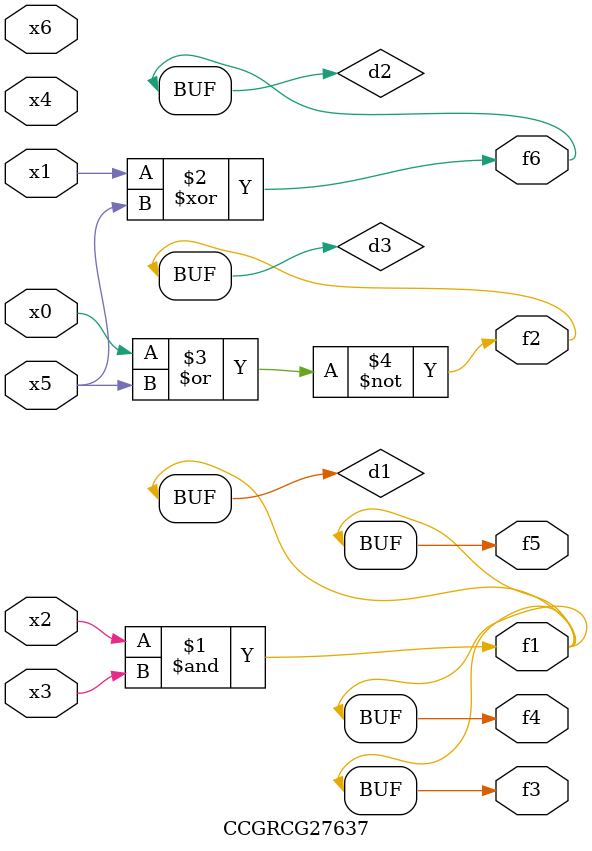
<source format=v>
module CCGRCG27637(
	input x0, x1, x2, x3, x4, x5, x6,
	output f1, f2, f3, f4, f5, f6
);

	wire d1, d2, d3;

	and (d1, x2, x3);
	xor (d2, x1, x5);
	nor (d3, x0, x5);
	assign f1 = d1;
	assign f2 = d3;
	assign f3 = d1;
	assign f4 = d1;
	assign f5 = d1;
	assign f6 = d2;
endmodule

</source>
